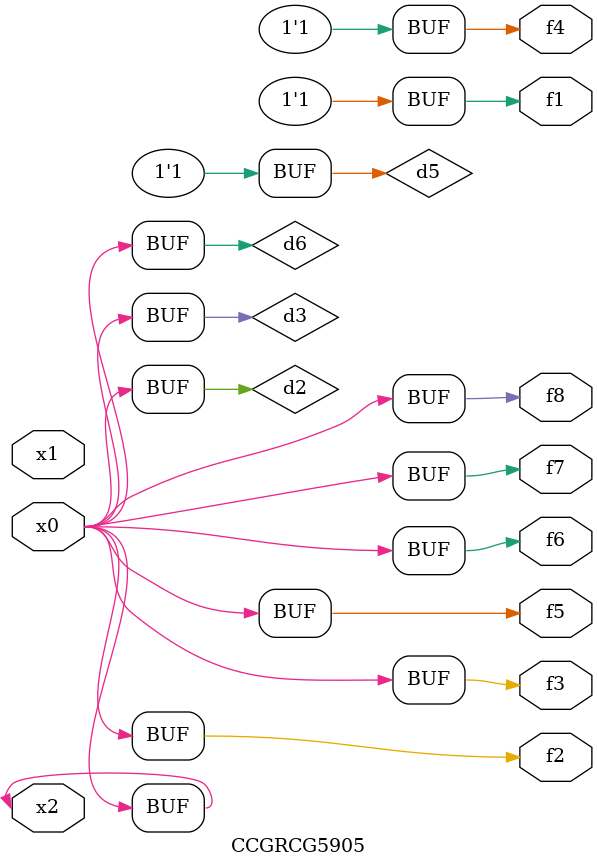
<source format=v>
module CCGRCG5905(
	input x0, x1, x2,
	output f1, f2, f3, f4, f5, f6, f7, f8
);

	wire d1, d2, d3, d4, d5, d6;

	xnor (d1, x2);
	buf (d2, x0, x2);
	and (d3, x0);
	xnor (d4, x1, x2);
	nand (d5, d1, d3);
	buf (d6, d2, d3);
	assign f1 = d5;
	assign f2 = d6;
	assign f3 = d6;
	assign f4 = d5;
	assign f5 = d6;
	assign f6 = d6;
	assign f7 = d6;
	assign f8 = d6;
endmodule

</source>
